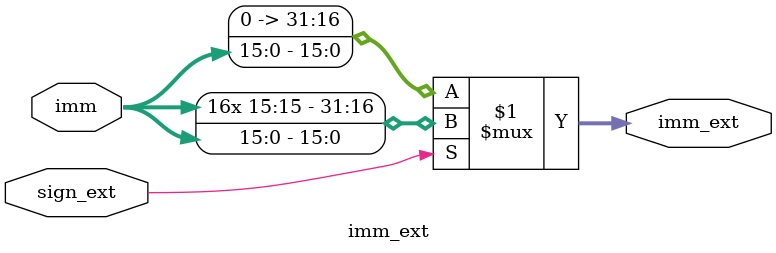
<source format=v>
module imm_ext(
    input wire [15:0] imm,
    input wire sign_ext,
    output wire [31:0] imm_ext
);
    assign imm_ext = sign_ext ? {{16{imm[15]}}, imm[15:0]}:
                                {16'b0, imm[15:0]}
                    ;
endmodule
</source>
